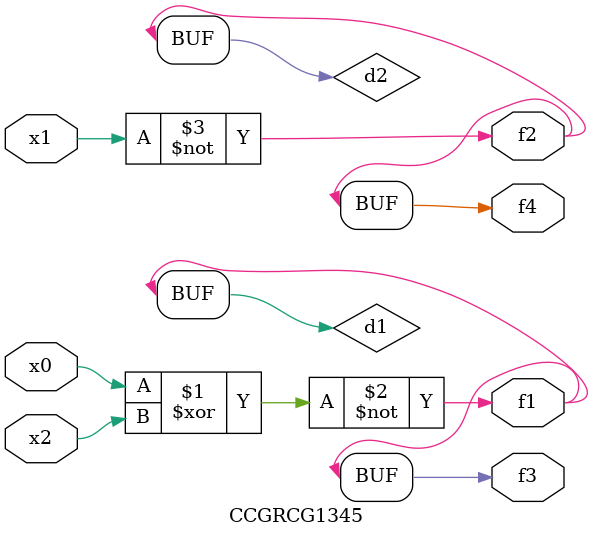
<source format=v>
module CCGRCG1345(
	input x0, x1, x2,
	output f1, f2, f3, f4
);

	wire d1, d2, d3;

	xnor (d1, x0, x2);
	nand (d2, x1);
	nor (d3, x1, x2);
	assign f1 = d1;
	assign f2 = d2;
	assign f3 = d1;
	assign f4 = d2;
endmodule

</source>
